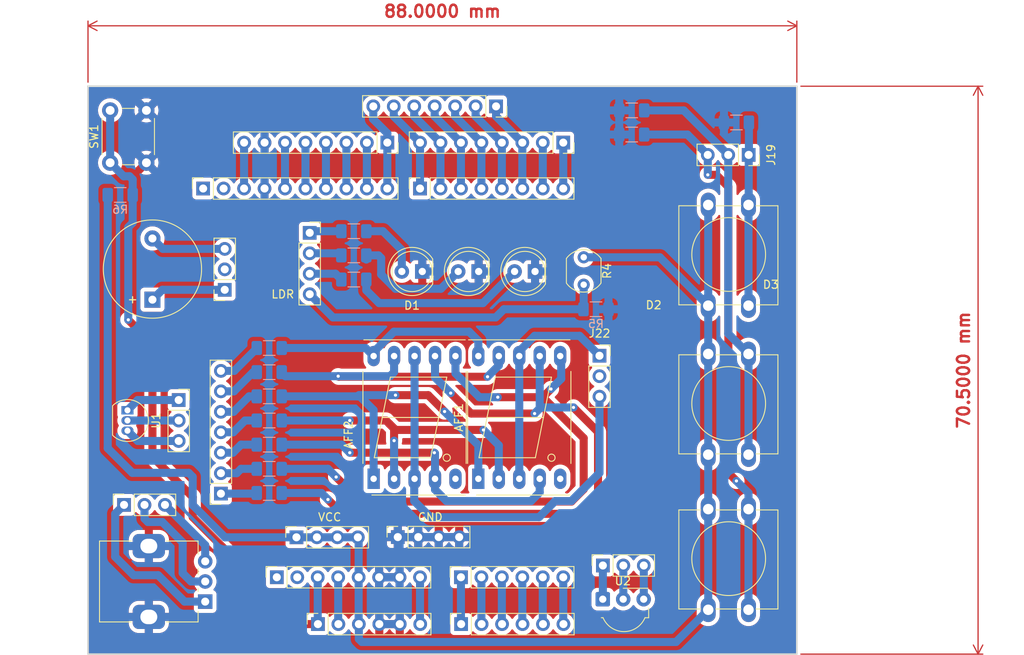
<source format=kicad_pcb>
(kicad_pcb (version 20221018) (generator pcbnew)
  (title_block (date "mar. 31 mars 2015"))
  (layers (0 "F.Cu" signal) (31 "B.Cu" signal) (34 "B.Paste" user) (35 "F.Paste" user) (36 "B.SilkS" user "B.Silkscreen") (37 "F.SilkS" user "F.Silkscreen") (38 "B.Mask" user) (39 "F.Mask" user) (44 "Edge.Cuts" user))
  (net 0 "")
  (net 1 "GND")
  (net 3 "+5V")
  (net 4 "Net-(AFF1-e)")
  (net 5 "/A0")
  (net 6 "/A1")
  (net 7 "/A2")
  (net 8 "/A3")
  (net 9 "/SDA{slash}A4")
  (net 10 "/SCL{slash}A5")
  (net 11 "/13")
  (net 12 "/12")
  (net 13 "/AREF")
  (net 14 "/8")
  (net 15 "/7")
  (net 16 "/*11")
  (net 17 "/*10")
  (net 18 "/*9")
  (net 19 "/4")
  (net 20 "/2")
  (net 21 "/*6")
  (net 22 "/*5")
  (net 23 "/TX{slash}1")
  (net 24 "/*3")
  (net 25 "/RX{slash}0")
  (net 26 "+3V3")
  (net 27 "VCC")
  (net 28 "/~{RESET}")
  (net 29 "Net-(AFF1-d)")
  (net 30 "Net-(J22-Pin_1)")
  (net 31 "Net-(AFF1-c)")
  (net 33 "Net-(AFF1-b)")
  (net 34 "Net-(AFF1-a)")
  (net 35 "Net-(AFF1-f)")
  (net 36 "Net-(AFF1-g)")
  (net 37 "Net-(J22-Pin_3)")
  (net 39 "Net-(BZ1--)")
  (net 40 "Net-(BZ1-+)")
  (net 41 "Net-(D1-A)")
  (net 42 "Net-(D2-A)")
  (net 43 "Net-(D3-A)")
  (net 45 "Net-(J10-Pin_1)")
  (net 46 "Net-(J10-Pin_2)")
  (net 47 "Net-(J10-Pin_3)")
  (net 48 "Net-(J10-Pin_4)")
  (net 50 "Net-(J17-Pin_1)")
  (net 51 "Net-(J17-Pin_2)")
  (net 52 "Net-(J17-Pin_3)")
  (net 53 "Net-(J18-Pin_1)")
  (net 54 "Net-(J18-Pin_2)")
  (net 55 "Net-(J18-Pin_3)")
  (net 56 "Net-(J19-Pin_1)")
  (net 57 "Net-(J19-Pin_2)")
  (net 58 "Net-(J19-Pin_3)")
  (net 59 "Net-(J20-Pin_1)")
  (net 60 "Net-(J20-Pin_2)")
  (net 61 "Net-(J20-Pin_3)")
  (net 62 "Net-(J20-Pin_4)")
  (net 63 "Net-(J20-Pin_5)")
  (net 64 "Net-(J20-Pin_6)")
  (net 65 "Net-(J20-Pin_7)")
  (net 66 "Net-(J21-Pin_1)")
  (net 67 "Net-(J21-Pin_2)")
  (net 68 "Net-(J21-Pin_3)")
  (footprint "Connector_PinSocket_2.54mm:PinSocket_1x08_P2.54mm_Vertical" (layer "F.Cu") (at 127.94 97.46 90)
    (fp_text reference "J1" hide)
    (fp_text value "Power")
  )
  (footprint "Connector_PinSocket_2.54mm:PinSocket_1x06_P2.54mm_Vertical" (layer "F.Cu") (at 150.8 97.46 90)
    (fp_text reference "J3" hide)
    (fp_text value "Analog")
  )
  (footprint "Connector_PinSocket_2.54mm:PinSocket_1x10_P2.54mm_Vertical" (layer "F.Cu") (at 118.796 49.2 90)
    (fp_text reference "J2" hide)
    (fp_text value "Digital/PWM")
  )
  (footprint "Connector_PinSocket_2.54mm:PinSocket_1x08_P2.54mm_Vertical" (layer "F.Cu") (at 145.72 49.2 90)
    (fp_text reference "J4" hide)
    (fp_text value "Digital/PWM")
  )
  (footprint "Connector_PinSocket_2.54mm:PinSocket_1x03_P2.54mm_Vertical" (layer "F.Cu") (at 186.525 45.025 -90)
    (fp_text reference "J19")
    (fp_text value "S1 S2 S3")
  )
  (footprint "Connector_PinSocket_2.54mm:PinSocket_1x03_P2.54mm_Vertical" (layer "F.Cu") (at 115.76 75.46)
    (fp_text reference "J17" hide)
    (fp_text value "TEMP")
  )
  (footprint "Connector_PinSocket_2.54mm:PinSocket_1x03_P2.54mm_Vertical" (layer "F.Cu") (at 168.42 96 90)
    (fp_text reference "J21" hide)
    (fp_text value "IR")
  )
  (footprint "Display_7Segment:7SegmentLED_LTS6760_LTS6780" (layer "F.Cu") (at 152.96 85.24 90)
    (fp_text reference "AFF1")
    (fp_text value "D1")
  )
  (footprint "Potentiometer_THT:Potentiometer_Alps_RK09K_Single_Vertical" (layer "F.Cu") (at 119.05 100.485 180)
    (fp_text reference "RV1" hide)
    (fp_text value "R_Potentiometer_MountingPin" hide)
  )
  (footprint "Display_7Segment:7SegmentLED_LTS6760_LTS6780" (layer "F.Cu") (at 139.96 85.24 90)
    (fp_text reference "AFF2")
    (fp_text value "D2")
  )
  (footprint "Connector_PinSocket_2.54mm:PinSocket_1x04_P2.54mm_Vertical" (layer "F.Cu") (at 132.025 54.7)
    (fp_text reference "J10" hide)
    (fp_text value "LED+LDR")
  )
  (footprint "Package_TO_SOT_THT:TO-92_Inline" (layer "F.Cu") (at 109.4 76.73 -90)
    (fp_text reference "U1")
    (fp_text value "LM35-LP")
  )
  (footprint "Button_Switch_THT:SW_PUSH-12mm" (layer "F.Cu") (at 181.5 63.74 90)
    (fp_text reference "SW2" hide)
    (fp_text value "S1")
  )
  (footprint "Connector_PinSocket_2.54mm:PinSocket_1x04_P2.54mm_Vertical" (layer "F.Cu") (at 142.96 92.475 90)
    (fp_text reference "J6" hide)
    (fp_text value "GND")
  )
  (footprint "OptoDevice:Vishay_MOLD-3Pin" (layer "F.Cu") (at 168.405 100.185)
    (fp_text reference "U2")
    (fp_text value "TL1838")
  )
  (footprint "Connector_PinSocket_2.54mm:PinSocket_1x03_P2.54mm_Vertical" (layer "F.Cu") (at 121.475 61.775 180)
    (fp_text reference "J15" hide)
    (fp_text value "BUZZER")
  )
  (footprint "LED_THT:LED_D5.0mm" (layer "F.Cu") (at 153 59.5 180)
    (fp_text reference "D2")
    (fp_text value "LED")
  )
  (footprint "Connector_PinSocket_2.54mm:PinSocket_1x06_P2.54mm_Vertical" (layer "F.Cu") (at 150.825 103.277 90)
    (fp_text reference "J8" hide)
    (fp_text value "SHIELD A0-A5")
  )
  (footprint "Connector_PinSocket_2.54mm:PinSocket_1x03_P2.54mm_Vertical" (layer "F.Cu") (at 108.975 88.475 90)
    (fp_text reference "J18" hide)
    (fp_text value "POT")
  )
  (footprint "Buzzer_Beeper:Buzzer_12x9.5RM7.6" (layer "F.Cu") (at 112.5 63 90)
    (fp_text reference "BZ1" hide)
    (fp_text value "Buzzer")
  )
  (footprint "Connector_PinSocket_2.54mm:PinSocket_1x08_P2.54mm_Vertical" (layer "F.Cu") (at 141.66 43.5 -90)
    (fp_text reference "J23" hide)
    (fp_text value "SHIELD 8-15")
  )
  (footprint "Connector_PinSocket_2.54mm:PinSocket_1x04_P2.54mm_Vertical" (layer "F.Cu") (at 130.38 92.5 90)
    (fp_text reference "J5" hide)
    (fp_text value "VCC")
  )
  (footprint "Connector_PinSocket_2.54mm:PinSocket_1x07_P2.54mm_Vertical" (layer "F.Cu") (at 155.16 39 -90)
    (fp_text reference "J9" hide)
    (fp_text value "SHIELD 3-9")
  )
  (footprint "LED_THT:LED_D5.0mm" (layer "F.Cu") (at 160 59.5 180)
    (fp_text reference "D3")
    (fp_text value "LED")
  )
  (footprint "LED_THT:LED_D5.0mm" (layer "F.Cu") (at 146 59.5 180)
    (fp_text reference "D1")
    (fp_text value "LED")
  )
  (footprint "Button_Switch_THT:SW_PUSH-12mm" (layer "F.Cu") (at 181.5 101.5 90)
    (fp_text reference "SW4" hide)
    (fp_text value "S3")
  )
  (footprint "Connector_PinSocket_2.54mm:PinSocket_1x08_P2.54mm_Vertical" (layer "F.Cu") (at 163.5 43.5 -90)
    (fp_text reference "J25" hide)
    (fp_text value "SHIELD 0-7")
  )
  (footprint "Connector_PinSocket_2.54mm:PinSocket_1x07_P2.54mm_Vertical" (layer "F.Cu") (at 121 87.08 180)
    (fp_text reference "J20" hide)
    (fp_text value "7-SEG")
  )
  (footprint "Connector_PinSocket_2.54mm:PinSocket_1x03_P2.54mm_Vertical" (layer "F.Cu") (at 168 69.96)
    (fp_text reference "J22")
    (fp_text value "D1 D2")
  )
  (footprint "Connector_PinSocket_2.54mm:PinSocket_1x06_P2.54mm_Vertical" (layer "F.Cu") (at 133.045 103.277 90)
    (fp_text reference "J7" hide)
    (fp_text value "SHIELD POWER")
  )
  (footprint "Button_Switch_THT:SW_PUSH_6mm" (layer "F.Cu") (at 107.25 46 90)
    (fp_text reference "SW1")
    (fp_text value "RESET")
  )
  (footprint "Button_Switch_THT:SW_PUSH-12mm" (layer "F.Cu") (at 181.5 82.24 90)
    (fp_text reference "SW3" hide)
    (fp_text value "S2")
  )
  (footprint "OptoDevice:R_LDR_5.1x4.3mm_P3.4mm_Vertical" (layer "F.Cu") (at 166.04 57.738 -90)
    (fp_text reference "R4")
    (fp_text value "LDR07")
  )
  (footprint "Resistor_SMD:R_1206_3216Metric_Pad1.30x1.75mm_HandSolder" (layer "B.Cu") (at 127 75 180)
    (fp_text reference "R14" hide)
    (fp_text value "330" hide)
  )
  (footprint "Resistor_SMD:R_1206_3216Metric_Pad1.30x1.75mm_HandSolder" (layer "B.Cu") (at 137.5 54.5)
    (fp_text reference "R1" hide)
    (fp_text value "330" hide)
  )
  (footprint "Resistor_SMD:R_1206_3216Metric_Pad1.30x1.75mm_HandSolder" (layer "B.Cu") (at 127 87 180)
    (fp_text reference "R10" hide)
    (fp_text value "330" hide)
  )
  (footprint "Resistor_SMD:R_1206_3216Metric_Pad1.30x1.75mm_HandSolder" (layer "B.Cu") (at 127 69 180)
    (fp_text reference "R16" hide)
    (fp_text value "330")
  )
  (footprint "Resistor_SMD:R_1206_3216Metric_Pad1.30x1.75mm_HandSolder" (layer "B.Cu") (at 137.5 60.5)
    (fp_text reference "R3" hide)
    (fp_text value "330")
  )
  (footprint "Resistor_SMD:R_1206_3216Metric_Pad1.30x1.75mm_HandSolder" (layer "B.Cu") (at 185 41 180)
    (fp_text reference "R9" hide)
    (fp_text value "10k")
  )
  (footprint "Resistor_SMD:R_1206_3216Metric_Pad1.30x1.75mm_HandSolder" (layer "B.Cu") (at 172 39.5 180)
    (fp_text reference "R8" hide)
    (fp_text value "10k" hide)
  )
  (footprint "Resistor_SMD:R_1206_3216Metric_Pad1.30x1.75mm_HandSolder" (layer "B.Cu") (at 108.5 50)
    (fp_text reference "R6")
    (fp_text value "10k")
  )
  (footprint "Resistor_SMD:R_1206_3216Metric_Pad1.30x1.75mm_HandSolder" (layer "B.Cu") (at 127 78 180)
    (fp_text reference "R13" hide)
    (fp_text value "330" hide)
  )
  (footprint "Resistor_SMD:R_1206_3216Metric_Pad1.30x1.75mm_HandSolder" (layer "B.Cu") (at 127 72 180)
    (fp_text reference "R15" hide)
    (fp_text value "330" hide)
  )
  (footprint "Resistor_SMD:R_1206_3216Metric_Pad1.30x1.75mm_HandSolder" (layer "B.Cu") (at 167.564 64.186)
    (fp_text reference "R5")
    (fp_text value "330")
  )
  (footprint "Resistor_SMD:R_1206_3216Metric_Pad1.30x1.75mm_HandSolder" (layer "B.Cu") (at 127 81 180)
    (fp_text reference "R12" hide)
    (fp_text value "330" hide)
  )
  (footprint "Resistor_SMD:R_1206_3216Metric_Pad1.30x1.75mm_HandSolder" (layer "B.Cu") (at 172 42.5)
    (fp_text reference "R7" hide)
    (fp_text value "10k" hide)
  )
  (footprint "Resistor_SMD:R_1206_3216Metric_Pad1.30x1.75mm_HandSolder" (layer "B.Cu") (at 137.5 57.5)
    (fp_text reference "R2" hide)
    (fp_text value "330" hide)
  )
  (footprint "Resistor_SMD:R_1206_3216Metric_Pad1.30x1.75mm_HandSolder" (layer "B.Cu") (at 127 84 180)
    (fp_text reference "R11" hide)
    (fp_text value "330" hide)
  )
  (gr_rect (start 104.5 36.5) (end 192.5 107) (stroke (width 0.2)) (fill none) (layer "Edge.Cuts"))
  (gr_text "LDR" (at 127.178 62.916) (layer "F.SilkS") (effects (font (size 1 1)) (justify left bottom)))
  (dimension (type aligned) (layer "F.Cu") (pts (xy 104.5 36.5) (xy 192.5 36.5)) (height -7.5) (gr_text "88,0000 mm" (at 148.5 27.2) (layer "F.Cu") (effects (font (size 1.5 1.5) (thickness 0.3)))) (format (prefix "") (suffix "") (units 3) (units_format 1) (precision 4)) (style (thickness 0.15) (arrow_length 1.27) (text_position_mode 0) (extension_height 0.58642) (extension_offset 0.5) keep_text_aligned))
  (dimension (type aligned) (layer "F.Cu") (pts (xy 192.5 36.5) (xy 192.5 107)) (height -22.5) (gr_text "70,5000 mm" (at 213.2 71.75 90) (layer "F.Cu") (effects (font (size 1.5 1.5) (thickness 0.3)))) (format (prefix "") (suffix "") (units 3) (units_format 1) (precision 4)) (style (thickness 0.15) (arrow_length 1.27) (text_position_mode 0) (extension_height 0.58642) (extension_offset 0.5) keep_text_aligned))
  (segment (start 143.18 97.46) (end 143.18 92.695) (width 1) (layer "B.Cu") (net 1))
  (segment (start 142.96 92.475) (end 150.58 92.475) (width 1) (layer "B.Cu") (net 1))
  (segment (start 126.42 49.196) (end 126.416 49.2) (width 1) (layer "B.Cu") (net 1))
  (segment (start 126.42 43.5) (end 126.42 49.196) (width 1) (layer "B.Cu") (net 1))
  (segment (start 143.18 92.695) (end 142.96 92.475) (width 1) (layer "B.Cu") (net 1))
  (segment (start 140.64 97.46) (end 143.18 97.46) (width 1) (layer "B.Cu") (net 1))
  (segment (start 117.5 88.5) (end 121.5 92.5) (width 1) (layer "B.Cu") (net 3))
  (segment (start 181.5 63.74) (end 181.5 51.24) (width 1) (layer "B.Cu") (net 3))
  (segment (start 166.04 57.738) (end 175.498 57.738) (width 1) (layer "B.Cu") (net 3))
  (segment (start 138.1 97.46) (end 138.1 103.252) (width 1) (layer "B.Cu") (net 3))
  (segment (start 106.95 81.45) (end 110 84.5) (width 1) (layer "B.Cu") (net 3))
  (segment (start 110 84.5) (end 117 84.5) (width 1) (layer "B.Cu") (net 3))
  (segment (start 138.1 92.6) (end 138 92.5) (width 1) (layer "B.Cu") (net 3))
  (segment (start 175.498 57.738) (end 181.5 63.74) (width 1) (layer "B.Cu") (net 3))
  (segment (start 138.5 105.5) (end 177.5 105.5) (width 1) (layer "B.Cu") (net 3))
  (segment (start 138.125 103.277) (end 138.125 105.125) (width 1) (layer "B.Cu") (net 3))
  (segment (start 106.95 50) (end 106.95 81.45) (width 1) (layer "B.Cu") (net 3))
  (segment (start 138.125 105.125) (end 138.5 105.5) (width 1) (layer "B.Cu") (net 3))
  (segment (start 138.1 97.46) (end 138.1 92.6) (width 1) (layer "B.Cu") (net 3))
  (segment (start 181.5 82.24) (end 181.5 69.74) (width 1) (layer "B.Cu") (net 3))
  (segment (start 117.5 85) (end 117.5 88.5) (width 1) (layer "B.Cu") (net 3))
  (segment (start 138 92.5) (end 130.38 92.5) (width 1) (layer "B.Cu") (net 3))
  (segment (start 181.5 89) (end 181.5 101.5) (width 1) (layer "B.Cu") (net 3))
  (segment (start 181.5 89) (end 181.5 82.24) (width 1) (layer "B.Cu") (net 3))
  (segment (start 117 84.5) (end 117.5 85) (width 1) (layer "B.Cu") (net 3))
  (segment (start 121.5 92.5) (end 130.38 92.5) (width 1) (layer "B.Cu") (net 3))
  (segment (start 138.1 103.252) (end 138.125 103.277) (width 1) (layer "B.Cu") (net 3))
  (segment (start 177.5 105.5) (end 181.5 101.5) (width 1) (layer "B.Cu") (net 3))
  (segment (start 181.5 69.74) (end 181.5 63.74) (width 1) (layer "B.Cu") (net 3))
  (segment (start 146.736 74.854) (end 142.672 74.854) (width 1) (layer "F.Cu") (net 4))
  (segment (start 148.768 76.886) (end 146.736 74.854) (width 1) (layer "F.Cu") (net 4))
  (via (at 142.672 74.854) (size 0.6) (drill 0.4) (layers "F.Cu" "B.Cu") (net 4))
  (via (at 148.768 76.886) (size 0.6) (drill 0.4) (layers "F.Cu" "B.Cu") (net 4))
  (segment (start 138.146 74.854) (end 138 75) (width 1) (layer "B.Cu") (net 4))
  (segment (start 152.96 85.24) (end 152.96 81.078) (width 1) (layer "B.Cu") (net 4))
  (segment (start 139.96 76.714) (end 139.96 85.24) (width 1) (layer "B.Cu") (net 4))
  (segment (start 152.96 81.078) (end 148.768 76.886) (width 1) (layer "B.Cu") (net 4))
  (segment (start 138.246 75) (end 139.96 76.714) (width 1) (layer "B.Cu") (net 4))
  (segment (start 128.55 75) (end 138 75) (width 1) (layer "B.Cu") (net 4))
  (segment (start 142.672 74.854) (end 138.146 74.854) (width 1) (layer "B.Cu") (net 4))
  (segment (start 138 75) (end 138.246 75) (width 1) (layer "B.Cu") (net 4))
  (segment (start 150.8 97.46) (end 150.8 103.252) (width 1) (layer "B.Cu") (net 5))
  (segment (start 150.8 103.252) (end 150.825 103.277) (width 1) (layer "B.Cu") (net 5))
  (segment (start 153.34 97.46) (end 153.34 103.252) (width 1) (layer "B.Cu") (net 6))
  (segment (start 153.34 103.252) (end 153.365 103.277) (width 1) (layer "B.Cu") (net 6))
  (segment (start 155.88 103.252) (end 155.905 103.277) (width 1) (layer "B.Cu") (net 7))
  (segment (start 155.88 97.46) (end 155.88 103.252) (width 1) (layer "B.Cu") (net 7))
  (segment (start 158.42 103.252) (end 158.445 103.277) (width 1) (layer "B.Cu") (net 8))
  (segment (start 158.42 97.46) (end 158.42 103.252) (width 1) (layer "B.Cu") (net 8))
  (segment (start 160.96 103.252) (end 160.985 103.277) (width 1) (layer "B.Cu") (net 9))
  (segment (start 160.96 97.46) (end 160.96 103.252) (width 1) (layer "B.Cu") (net 9))
  (segment (start 163.5 103.252) (end 163.525 103.277) (width 1) (layer "B.Cu") (net 10))
  (segment (start 163.5 97.46) (end 163.5 103.252) (width 1) (layer "B.Cu") (net 10))
  (segment (start 128.96 49.196) (end 128.956 49.2) (width 1) (layer "B.Cu") (net 11))
  (segment (start 128.96 43.5) (end 128.96 49.196) (width 1) (layer "B.Cu") (net 11))
  (segment (start 131.5 49.196) (end 131.496 49.2) (width 1) (layer "B.Cu") (net 12))
  (segment (start 131.5 43.5) (end 131.5 49.196) (width 1) (layer "B.Cu") (net 12))
  (segment (start 123.876 43.504) (end 123.88 43.5) (width 1) (layer "B.Cu") (net 13))
  (segment (start 123.876 49.2) (end 123.876 43.504) (width 1) (layer "B.Cu") (net 13))
  (segment (start 139.92 40.522) (end 139.92 39) (width 1) (layer "B.Cu") (net 14))
  (segment (start 141.66 42.346) (end 139.878 40.564) (width 1) (layer "B.Cu") (net 14))
  (segment (start 139.878 40.564) (end 139.92 40.522) (width 1) (layer "B.Cu") (net 14))
  (segment (start 141.66 49.196) (end 141.656 49.2) (width 1) (layer "B.Cu") (net 14))
  (segment (start 141.66 43.5) (end 141.66 49.196) (width 1) (layer "B.Cu") (net 14))
  (segment (start 141.66 43.5) (end 141.66 42.346) (width 1) (layer "B.Cu") (net 14))
  (segment (start 142.46 40.24) (end 145.72 43.5) (width 1) (layer "B.Cu") (net 15))
  (segment (start 145.72 43.5) (end 145.72 49.2) (width 1) (layer "B.Cu") (net 15))
  (segment (start 142.46 39) (end 142.46 40.24) (width 1) (layer "B.Cu") (net 15))
  (segment (start 134.04 49.196) (end 134.036 49.2) (width 1) (layer "B.Cu") (net 16))
  (segment (start 134.04 43.5) (end 134.04 49.196) (width 1) (layer "B.Cu") (net 16))
  (segment (start 136.58 49.196) (end 136.576 49.2) (width 1) (layer "B.Cu") (net 17))
  (segment (start 136.58 43.5) (end 136.58 49.196) (width 1) (layer "B.Cu") (net 17))
  (segment (start 139.12 43.5) (end 139.12 49.196) (width 1) (layer "B.Cu") (net 18))
  (segment (start 139.12 49.196) (end 139.116 49.2) (width 1) (layer "B.Cu") (net 18))
  (segment (start 150.08 39) (end 150.08 40.24) (width 1) (layer "B.Cu") (net 19))
  (segment (start 150.08 40.24) (end 153.34 43.5) (width 1) (layer "B.Cu") (net 19))
  (segment (start 153.34 49.2) (end 153.34 43.5) (width 1) (layer "B.Cu") (net 19))
  (segment (start 155.16 40.24) (end 158.42 43.5) (width 1) (layer "B.Cu") (net 20))
  (segment (start 155.16 39) (end 155.16 40.24) (width 1) (layer "B.Cu") (net 20))
  (segment (start 158.42 49.2) (end 158.42 43.5) (width 1) (layer "B.Cu") (net 20))
  (segment (start 148.26 49.2) (end 148.26 43.5) (width 1) (layer "B.Cu") (net 21))
  (segment (start 145 40.24) (end 148.26 43.5) (width 1) (layer "B.Cu") (net 21))
  (segment (start 145 39) (end 145 40.24) (width 1) (layer "B.Cu") (net 21))
  (segment (start 147.54 39) (end 147.54 40.24) (width 1) (layer "B.Cu") (net 22))
  (segment (start 150.8 43.5) (end 150.8 49.2) (width 1) (layer "B.Cu") (net 22))
  (segment (start 147.54 40.24) (end 150.8 43.5) (width 1) (layer "B.Cu") (net 22))
  (segment (start 160.96 43.5) (end 160.96 49.2) (width 1) (layer "B.Cu") (net 23))
  (segment (start 152.62 40.24) (end 155.88 43.5) (width 1) (layer "B.Cu") (net 24))
  (segment (start 152.62 39) (end 152.62 40.24) (width 1) (layer "B.Cu") (net 24))
  (segment (start 155.88 43.5) (end 155.88 49.2) (width 1) (layer "B.Cu") (net 24))
  (segment (start 163.5 49.2) (end 163.5 43.5) (width 1) (layer "B.Cu") (net 25))
  (segment (start 135.56 103.252) (end 135.585 103.277) (width 1) (layer "B.Cu") (net 26))
  (segment (start 135.56 97.46) (end 135.56 103.252) (width 1) (layer "B.Cu") (net 26))
  (segment (start 145.72 103.252) (end 145.745 103.277) (width 1) (layer "B.Cu") (net 27))
  (segment (start 145.72 97.46) (end 145.72 103.252) (width 1) (layer "B.Cu") (net 27))
  (segment (start 124.5 101) (end 126.777 103.277) (width 1) (layer "F.Cu") (net 28))
  (segment (start 112.5 82.5) (end 117.5 87.5) (width 1) (layer "F.Cu") (net 28))
  (segment (start 109.5 65.5) (end 112.5 68.5) (width 1) (layer "F.Cu") (net 28))
  (segment (start 126.777 103.277) (end 133.045 103.277) (width 1) (layer "F.Cu") (net 28))
  (segment (start 124.5 97) (end 124.5 101) (width 1) (layer "F.Cu") (net 28))
  (segment (start 117.5 87.5) (end 117.5 90) (width 1) (layer "F.Cu") (net 28))
  (segment (start 112.5 68.5) (end 112.5 82.5) (width 1) (layer "F.Cu") (net 28))
  (segment (start 117.5 90) (end 124.5 97) (width 1) (layer "F.Cu") (net 28))
  (via (at 109.5 65.5) (size 0.6) (drill 0.4) (layers "F.Cu" "B.Cu") (net 28))
  (segment (start 133.02 103.252) (end 133.045 103.277) (width 1) (layer "B.Cu") (net 28))
  (segment (start 110.05 53.45) (end 109.5 54) (width 1) (layer "B.Cu") (net 28))
  (segment (start 108.926 47.676) (end 109.652 47.676) (width 1) (layer "B.Cu") (net 28))
  (segment (start 107.25 46) (end 108.926 47.676) (width 1) (layer "B.Cu") (net 28))
  (segment (start 109.652 47.676) (end 110.05 48.074) (width 1) (layer "B.Cu") (net 28))
  (segment (start 133.02 97.46) (end 133.02 103.252) (width 1) (layer "B.Cu") (net 28))
  (segment (start 109.5 54) (end 109.5 65.5) (width 1) (layer "B.Cu") (net 28))
  (segment (start 110.05 48.074) (end 110.05 50) (width 1) (layer "B.Cu") (net 28))
  (segment (start 110.05 50) (end 110.05 53.45) (width 1) (layer "B.Cu") (net 28))
  (segment (start 107.25 39.5) (end 107.25 46) (width 1) (layer "B.Cu") (net 28))
  (segment (start 142.5 79) (end 142.5 80.5) (width 1) (layer "F.Cu") (net 29))
  (segment (start 141.5 78) (end 141.91 78.41) (width 1) (layer "F.Cu") (net 29))
  (segment (start 141.91 78.41) (end 142.5 79) (width 1) (layer "F.Cu") (net 29))
  (segment (start 153.594 79.172) (end 142.672 79.172) (width 1) (layer "F.Cu") (net 29))
  (segment (start 137 78) (end 141.5 78) (width 1) (layer "F.Cu") (net 29))
  (segment (start 142.672 79.172) (end 141.91 78.41) (width 1) (layer "F.Cu") (net 29))
  (via (at 153.594 79.172) (size 0.6) (drill 0.4) (layers "F.Cu" "B.Cu") (net 29))
  (via (at 142.5 80.5) (size 0.6) (drill 0.4) (layers "F.Cu" "B.Cu") (net 29))
  (via (at 137 78) (size 0.6) (drill 0.4) (layers "F.Cu" "B.Cu") (net 29))
  (segment (start 128.55 78) (end 137 78) (width 1) (layer "B.Cu") (net 29))
  (segment (start 155.5 81.078) (end 153.594 79.172) (width 1) (layer "B.Cu") (net 29))
  (segment (start 155.5 85.24) (end 155.5 81.078) (width 1) (layer "B.Cu") (net 29))
  (segment (start 142.5 80.5) (end 142.5 85.24) (width 1) (layer "B.Cu") (net 29))
  (segment (start 158.04 69.392) (end 158.04 70) (width 1) (layer "B.Cu") (net 30))
  (segment (start 159.944 67.488) (end 158.04 69.392) (width 1) (layer "B.Cu") (net 30))
  (segment (start 158.04 70) (end 158.04 85.24) (width 1) (layer "B.Cu") (net 30))
  (segment (start 165.528 67.488) (end 159.944 67.488) (width 1) (layer "B.Cu") (net 30))
  (segment (start 168 69.96) (end 165.528 67.488) (width 1) (layer "B.Cu") (net 30))
  (segment (start 147.5 82) (end 137 82) (width 1) (layer "F.Cu") (net 31))
  (via (at 147.5 82) (size 0.6) (drill 0.4) (layers "F.Cu" "B.Cu") (net 31))
  (via (at 137 82) (size 0.6) (drill 0.4) (layers "F.Cu" "B.Cu") (net 31))
  (segment (start 136 81) (end 128.55 81) (width 1) (layer "B.Cu") (net 31))
  (segment (start 149 88) (end 159.5 88) (width 1) (layer "B.Cu") (net 31))
  (segment (start 147.58 85.24) (end 147.58 82.08) (width 1) (layer "B.Cu") (net 31))
  (segment (start 137 82) (end 136 81) (width 1) (layer "B.Cu") (net 31))
  (segment (start 160.58 86.92) (end 160.58 85.24) (width 1) (layer "B.Cu") (net 31))
  (segment (start 147.58 82.08) (end 147.5 82) (width 1) (layer "B.Cu") (net 31))
  (segment (start 147.58 85.24) (end 147.58 86.58) (width 1) (layer "B.Cu") (net 31))
  (segment (start 159.5 88) (end 160.58 86.92) (width 1) (layer "B.Cu") (net 31))
  (segment (start 147.58 86.58) (end 149 88) (width 1) (layer "B.Cu") (net 31))
  (segment (start 166.04 86.538) (end 166.04 80.188) (width 1) (layer "F.Cu") (net 33))
  (segment (start 138.354 88.062) (end 164.516 88.062) (width 1) (layer "F.Cu") (net 33))
  (segment (start 135.306 85.014) (end 138.354 88.062) (width 1) (layer "F.Cu") (net 33))
  (segment (start 164.516 88.062) (end 166.04 86.538) (width 1) (layer "F.Cu") (net 33))
  (segment (start 166.04 80.188) (end 160.96 75.108) (width 1) (layer "F.Cu") (net 33))
  (segment (start 160.96 75.108) (end 161.976 74.092) (width 1) (layer "F.Cu") (net 33))
  (segment (start 155.372 75.108) (end 160.96 75.108) (width 1) (layer "F.Cu") (net 33))
  (via (at 161.976 74.092) (size 0.6) (drill 0.4) (layers "F.Cu" "B.Cu") (net 33))
  (via (at 155.372 75.108) (size 0.6) (drill 0.4) (layers "F.Cu" "B.Cu") (net 33))
  (via (at 135.306 85.014) (size 0.6) (drill 0.4) (layers "F.Cu" "B.Cu") (net 33))
  (segment (start 153.086 75.108) (end 155.372 75.108) (width 1) (layer "B.Cu") (net 33))
  (segment (start 161.976 74.092) (end 163.246 72.822) (width 1) (layer "B.Cu") (net 33))
  (segment (start 134.292 84) (end 135.306 85.014) (width 1) (layer "B.Cu") (net 33))
  (segment (start 128.55 84) (end 134.292 84) (width 1) (layer "B.Cu") (net 33))
  (segment (start 163.246 70.126) (end 163.12 70) (width 1) (layer "B.Cu") (net 33))
  (segment (start 150.12 72.142) (end 153.086 75.108) (width 1) (layer "B.Cu") (net 33))
  (segment (start 163.246 72.822) (end 163.246 70.126) (width 1) (layer "B.Cu") (net 33))
  (segment (start 150.12 70) (end 150.12 72.142) (width 1) (layer "B.Cu") (net 33))
  (segment (start 167.818 79.426) (end 164.77 76.378) (width 1) (layer "F.Cu") (net 34))
  (segment (start 165.532 89.586) (end 167.818 87.3) (width 1) (layer "F.Cu") (net 34))
  (segment (start 152.07 77.14) (end 149.53 74.6) (width 1) (layer "F.Cu") (net 34))
  (segment (start 136.068 89.586) (end 165.532 89.586) (width 1) (layer "F.Cu") (net 34))
  (segment (start 167.818 87.3) (end 167.818 79.426) (width 1) (layer "F.Cu") (net 34))
  (segment (start 159.944 77.14) (end 152.07 77.14) (width 1) (layer "F.Cu") (net 34))
  (segment (start 134.29 87.808) (end 136.068 89.586) (width 1) (layer "F.Cu") (net 34))
  (via (at 159.944 77.14) (size 0.6) (drill 0.4) (layers "F.Cu" "B.Cu") (net 34))
  (via (at 149.53 74.6) (size 0.6) (drill 0.4) (layers "F.Cu" "B.Cu") (net 34))
  (via (at 134.29 87.808) (size 0.6) (drill 0.4) (layers "F.Cu" "B.Cu") (net 34))
  (via (at 164.77 76.378) (size 0.6) (drill 0.4) (layers "F.Cu" "B.Cu") (net 34))
  (segment (start 147.58 72.65) (end 147.58 70) (width 1) (layer "B.Cu") (net 34))
  (segment (start 160.58 70) (end 160.58 76.504) (width 1) (layer "B.Cu") (net 34))
  (segment (start 160.58 76.504) (end 159.944 77.14) (width 1) (layer "B.Cu") (net 34))
  (segment (start 128.55 87) (end 133.482 87) (width 1) (layer "B.Cu") (net 34))
  (segment (start 160.706 76.378) (end 159.944 77.14) (width 1) (layer "B.Cu") (net 34))
  (segment (start 149.53 74.6) (end 147.58 72.65) (width 1) (layer "B.Cu") (net 34))
  (segment (start 133.482 87) (end 134.29 87.808) (width 1) (layer "B.Cu") (net 34))
  (segment (start 164.77 76.378) (end 160.706 76.378) (width 1) (layer "B.Cu") (net 34))
  (segment (start 135.628 72.568) (end 135.56 72.5) (width 1) (layer "F.Cu") (net 35))
  (segment (start 154.102 72.568) (end 135.628 72.568) (width 1) (layer "F.Cu") (net 35))
  (via (at 135.56 72.5) (size 0.6) (drill 0.4) (layers "F.Cu" "B.Cu") (net 35))
  (via (at 154.102 72.568) (size 0.6) (drill 0.4) (layers "F.Cu" "B.Cu") (net 35))
  (segment (start 128.55 72.05) (end 129 72.5) (width 1) (layer "B.Cu") (net 35))
  (segment (start 129 72.5) (end 135.56 72.5) (width 1) (layer "B.Cu") (net 35))
  (segment (start 155.5 70) (end 155.5 71.17) (width 1) (layer "B.Cu") (net 35))
  (segment (start 155.5 71.17) (end 154.102 72.568) (width 1) (layer "B.Cu") (net 35))
  (segment (start 128.55 72) (end 128.55 72.05) (width 1) (layer "B.Cu") (net 35))
  (segment (start 142 72.5) (end 142.5 72) (width 1) (layer "B.Cu") (net 35))
  (segment (start 135.56 72.5) (end 142 72.5) (width 1) (layer "B.Cu") (net 35))
  (segment (start 142.5 72) (end 142.5 70) (width 1) (layer "B.Cu") (net 35))
  (segment (start 142.48 66.98) (end 139.96 69.5) (width 1) (layer "B.Cu") (net 36))
  (segment (start 138.96 69) (end 139.96 70) (width 1) (layer "B.Cu") (net 36))
  (segment (start 128.55 69) (end 138.96 69) (width 1) (layer "B.Cu") (net 36))
  (segment (start 139.96 69.5) (end 139.96 70) (width 1) (layer "B.Cu") (net 36))
  (segment (start 152.96 70) (end 152.96 68.124) (width 1) (layer "B.Cu") (net 36))
  (segment (start 151.816 66.98) (end 142.48 66.98) (width 1) (layer "B.Cu") (net 36))
  (segment (start 152.96 68.124) (end 151.816 66.98) (width 1) (layer "B.Cu") (net 36))
  (segment (start 145 88) (end 145 85.28) (width 1) (layer "B.Cu") (net 37))
  (segment (start 164.5 88) (end 162.5 88) (width 1) (layer "B.Cu") (net 37))
  (segment (start 168 84.5) (end 164.5 88) (width 1) (layer "B.Cu") (net 37))
  (segment (start 145 85.28) (end 145.04 85.24) (width 1) (layer "B.Cu") (net 37))
  (segment (start 147 90) (end 145 88) (width 1) (layer "B.Cu") (net 37))
  (segment (start 162.5 88) (end 160.5 90) (width 1) (layer "B.Cu") (net 37))
  (segment (start 160.5 90) (end 147 90) (width 1) (layer "B.Cu") (net 37))
  (segment (start 145.04 70) (end 145.04 85.24) (width 1) (layer "B.Cu") (net 37))
  (segment (start 168 75.04) (end 168 84.5) (width 1) (layer "B.Cu") (net 37))
  (segment (start 113.725 61.775) (end 112.5 63) (width 1) (layer "B.Cu") (net 39))
  (segment (start 121.475 61.775) (end 113.725 61.775) (width 1) (layer "B.Cu") (net 39))
  (segment (start 113.795 56.695) (end 112.5 55.4) (width 1) (layer "B.Cu") (net 40))
  (segment (start 121.475 56.695) (end 113.795 56.695) (width 1) (layer "B.Cu") (net 40))
  (segment (start 143.46 56.846) (end 143.46 59.5) (width 1) (layer "B.Cu") (net 41))
  (segment (start 139.05 54.5) (end 141.114 54.5) (width 1) (layer "B.Cu") (net 41))
  (segment (start 141.114 54.5) (end 143.46 56.846) (width 1) (layer "B.Cu") (net 41))
  (segment (start 140.558 57.5) (end 140.894 57.836) (width 1) (layer "B.Cu") (net 42))
  (segment (start 139.05 57.5) (end 139.05 58.024) (width 1) (layer "B.Cu") (net 42))
  (segment (start 140.894 59.868) (end 142.672 61.646) (width 1) (layer "B.Cu") (net 42))
  (segment (start 142.672 61.646) (end 148.314 61.646) (width 1) (layer "B.Cu") (net 42))
  (segment (start 139.05 57.5) (end 140.558 57.5) (width 1) (layer "B.Cu") (net 42))
  (segment (start 140.894 57.836) (end 140.894 59.868) (width 1) (layer "B.Cu") (net 42))
  (segment (start 148.314 61.646) (end 150.46 59.5) (width 1) (layer "B.Cu") (net 42))
  (segment (start 139.05 61.834) (end 140.64 63.424) (width 1) (layer "B.Cu") (net 43))
  (segment (start 153.536 63.424) (end 157.46 59.5) (width 1) (layer "B.Cu") (net 43))
  (segment (start 140.64 63.424) (end 153.536 63.424) (width 1) (layer "B.Cu") (net 43))
  (segment (start 139.05 60.5) (end 139.05 61.834) (width 1) (layer "B.Cu") (net 43))
  (segment (start 135.95 54.5) (end 132.225 54.5) (width 1) (layer "B.Cu") (net 45))
  (segment (start 132.225 54.5) (end 132.025 54.7) (width 1) (layer "B.Cu") (net 45))
  (segment (start 132.025 57.24) (end 135.69 57.24) (width 1) (layer "B.Cu") (net 46))
  (segment (start 135.69 57.24) (end 135.95 57.5) (width 1) (layer "B.Cu") (net 46))
  (segment (start 132.025 59.78) (end 135.23 59.78) (width 1) (layer "B.Cu") (net 47))
  (segment (start 135.23 59.78) (end 135.95 60.5) (width 1) (layer "B.Cu") (net 47))
  (segment (start 166.04 64.16) (end 166.014 64.186) (width 1) (layer "B.Cu") (net 48))
  (segment (start 166.014 64.186) (end 156.134 64.186) (width 1) (layer "B.Cu") (net 48))
  (segment (start 156.134 64.186) (end 155.118 65.202) (width 1) (layer "B.Cu") (net 48))
  (segment (start 134.907 65.202) (end 132.025 62.32) (width 1) (layer "B.Cu") (net 48))
  (segment (start 166.04 61.138) (end 166.04 64.16) (width 1) (layer "B.Cu") (net 48))
  (segment (start 155.118 65.202) (end 134.907 65.202) (width 1) (layer "B.Cu") (net 48))
  (segment (start 115.76 75.46) (end 110.67 75.46) (width 1) (layer "B.Cu") (net 50))
  (segment (start 110.67 75.46) (end 109.4 76.73) (width 1) (layer "B.Cu") (net 50))
  (segment (start 109.4 78) (end 115.76 78) (width 1) (layer "B.Cu") (net 51))
  (segment (start 115.76 80.54) (end 110.67 80.54) (width 1) (layer "B.Cu") (net 52))
  (segment (start 110.67 80.54) (end 109.4 79.27) (width 1) (layer "B.Cu") (net 52))
  (segment (start 113.208 97.206) (end 110.16 97.206) (width 1) (layer "B.Cu") (net 53))
  (segment (start 119.05 100.485) (end 116.487 100.485) (width 1) (layer "B.Cu") (net 53))
  (segment (start 107.874 94.92) (end 107.874 89.576) (width 1) (layer "B.Cu") (net 53))
  (segment (start 110.16 97.206) (end 107.874 94.92) (width 1) (layer "B.Cu") (net 53))
  (segment (start 107.874 89.576) (end 108.975 88.475) (width 1) (layer "B.Cu") (net 53))
  (segment (start 116.487 100.485) (end 113.208 97.206) (width 1) (layer "B.Cu") (net 53))
  (segment (start 111.515 90.179) (end 111.938 90.602) (width 1) (layer "B.Cu") (net 54))
  (segment (start 117.289 97.985) (end 119.05 97.985) (width 1) (layer "B.Cu") (net 54))
  (segment (start 111.938 90.602) (end 113.716 90.602) (width 1) (layer "B.Cu") (net 54))
  (segment (start 111.515 88.475) (end 111.515 90.179) (width 1) (layer "B.Cu") (net 54))
  (segment (start 116.256 93.142) (end 116.256 96.952) (width 1) (layer "B.Cu") (net 54))
  (segment (start 116.256 96.952) (end 117.289 97.985) (width 1) (layer "B.Cu") (net 54))
  (segment (start 113.716 90.602) (end 116.256 93.142) (width 1) (layer "B.Cu") (net 54))
  (segment (start 119.05 95.485) (end 119.05 93.47) (width 1) (layer "B.Cu") (net 55))
  (segment (start 119.05 93.47) (end 114.055 88.475) (width 1) (layer "B.Cu") (net 55))
  (segment (start 186.525 45.025) (end 186.525 51.215) (width 1) (layer "B.Cu") (net 56))
  (segment (start 186.55 45) (end 186.525 45.025) (width 1) (layer "B.Cu") (net 56))
  (segment (start 186.525 51.215) (end 186.5 51.24) (width 1) (layer "B.Cu") (net 56))
  (segment (start 186.5 51.24) (end 186.5 63.74) (width 1) (layer "B.Cu") (net 56))
  (segment (start 186.55 41) (end 186.55 45) (width 1) (layer "B.Cu") (net 56))
  (segment (start 178.46 39.5) (end 183.985 45.025) (width 1) (layer "B.Cu") (net 57))
  (segment (start 183.985 67.225) (end 186.5 69.74) (width 1) (layer "B.Cu") (net 57))
  (segment (start 183.985 45.025) (end 183.985 67.225) (width 1) (layer "B.Cu") (net 57))
  (segment (start 186.5 69.74) (end 186.5 82.24) (width 1) (layer "B.Cu") (net 57))
  (segment (start 173.55 39.5) (end 178.46 39.5) (width 1) (layer "B.Cu") (net 57))
  (segment (start 184 49) (end 184 84.5) (width 1) (layer "F.Cu") (net 58))
  (segment (start 181.445 47.5) (end 182.5 47.5) (width 1) (layer "F.Cu") (net 58))
  (segment (start 182.5 47.5) (end 184 49) (width 1) (layer "F.Cu") (net 58))
  (segment (start 184 84.5) (end 185 85.5) (width 1) (layer "F.Cu") (net 58))
  (via (at 185 85.5) (size 0.6) (drill 0.4) (layers "F.Cu" "B.Cu") (net 58))
  (via (at 181.445 47.5) (size 0.6) (drill 0.4) (layers "F.Cu" "B.Cu") (net 58))
  (segment (start 185 85.5) (end 186.5 87) (width 1) (layer "B.Cu") (net 58))
  (segment (start 186.5 87) (end 186.5 89) (width 1) (layer "B.Cu") (net 58))
  (segment (start 181.445 47.5) (end 181.445 45.025) (width 1) (layer "B.Cu") (net 58))
  (segment (start 173.55 42.5) (end 178.92 42.5) (width 1) (layer "B.Cu") (net 58))
  (segment (start 186.5 101.5) (end 186.5 89) (width 1) (layer "B.Cu") (net 58))
  (segment (start 178.92 42.5) (end 181.445 45.025) (width 1) (layer "B.Cu") (net 58))
  (segment (start 125.37 87.08) (end 125.45 87) (width 1) (layer "B.Cu") (net 59))
  (segment (start 121 87.08) (end 125.37 87.08) (width 1) (layer "B.Cu") (net 59))
  (segment (start 122.96 84.54) (end 123.5 84) (width 1) (layer "B.Cu") (net 60))
  (segment (start 121 84.54) (end 122.96 84.54) (width 1) (layer "B.Cu") (net 60))
  (segment (start 123.5 84) (end 125.45 84) (width 1) (layer "B.Cu") (net 60))
  (segment (start 122.5 82) (end 123.5 81) (width 1) (layer "B.Cu") (net 61))
  (segment (start 123.5 81) (end 125.45 81) (width 1) (layer "B.Cu") (net 61))
  (segment (start 121 82) (end 122.5 82) (width 1) (layer "B.Cu") (net 61))
  (segment (start 122.54 79.46) (end 124 78) (width 1) (layer "B.Cu") (net 62))
  (segment (start 121 79.46) (end 122.54 79.46) (width 1) (layer "B.Cu") (net 62))
  (segment (start 124 78) (end 125.45 78) (width 1) (layer "B.Cu") (net 62))
  (segment (start 124.5 75) (end 125.45 75) (width 1) (layer "B.Cu") (net 63))
  (segment (start 121 76.92) (end 122.58 76.92) (width 1) (layer "B.Cu") (net 63))
  (segment (start 122.58 76.92) (end 124.5 75) (width 1) (layer "B.Cu") (net 63))
  (segment (start 122.62 74.38) (end 125 72) (width 1) (layer "B.Cu") (net 64))
  (segment (start 125 72) (end 125.45 72) (width 1) (layer "B.Cu") (net 64))
  (segment (start 121 74.38) (end 122.62 74.38) (width 1) (layer "B.Cu") (net 64))
  (segment (start 125.45 69.05) (end 125.45 69) (width 1) (layer "B.Cu") (net 65))
  (segment (start 122.66 71.84) (end 125.45 69.05) (width 1) (layer "B.Cu") (net 65))
  (segment (start 121 71.84) (end 122.66 71.84) (width 1) (layer "B.Cu") (net 65))
  (segment (start 168.42 100.17) (end 168.405 100.185) (width 1) (layer "B.Cu") (net 66))
  (segment (start 168.42 96) (end 168.42 100.17) (width 1) (layer "B.Cu") (net 66))
  (segment (start 170.96 100.17) (end 170.945 100.185) (width 1) (layer "B.Cu") (net 67))
  (segment (start 170.96 96) (end 170.96 100.17) (width 1) (layer "B.Cu") (net 67))
  (segment (start 173.5 100.17) (end 173.485 100.185) (width 1) (layer "B.Cu") (net 68))
  (segment (start 173.5 96) (end 173.5 100.17) (width 1) (layer "B.Cu") (net 68))
  (zone (net 1) (net_name "GND") (layers "F&B.Cu") (connect_pads (clearance 0.508)) (min_thickness 0.25) (fill yes (thermal_gap 0.5) (thermal_bridge_width 1))
    (polygon (pts (xy 104.5 36.5) (xy 192.5 36.5) (xy 192.5 107) (xy 104.5 107)))
  )
)
</source>
